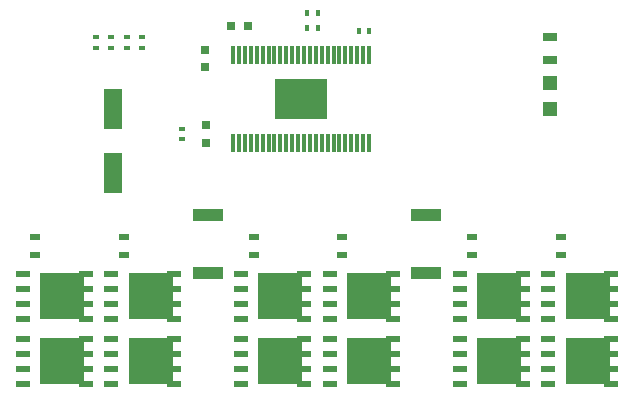
<source format=gtp>
G04 #@! TF.FileFunction,Paste,Top*
%FSLAX46Y46*%
G04 Gerber Fmt 4.6, Leading zero omitted, Abs format (unit mm)*
G04 Created by KiCad (PCBNEW 4.0.7) date 04/04/18 16:23:25*
%MOMM*%
%LPD*%
G01*
G04 APERTURE LIST*
%ADD10C,0.100000*%
%ADD11R,2.500000X1.000000*%
%ADD12R,1.270000X0.610000*%
%ADD13R,3.750000X3.910000*%
%ADD14R,0.600000X0.400000*%
%ADD15R,0.900000X0.500000*%
%ADD16R,0.400000X0.600000*%
%ADD17R,0.300000X1.550000*%
%ADD18R,4.420000X3.480000*%
%ADD19R,1.600000X3.500000*%
%ADD20R,0.750000X0.800000*%
%ADD21R,0.800000X0.750000*%
%ADD22R,1.200000X1.200000*%
%ADD23R,1.300000X0.700000*%
G04 APERTURE END LIST*
D10*
D11*
X195000000Y-124500000D03*
X195000000Y-119600000D03*
X176500000Y-124500000D03*
X176500000Y-119600000D03*
D12*
X203170000Y-133905000D03*
X203170000Y-132635000D03*
X203170000Y-131365000D03*
X197830000Y-130095000D03*
X197830000Y-131365000D03*
X197830000Y-132635000D03*
X197830000Y-133905000D03*
X203170000Y-130095000D03*
D13*
X201160000Y-132000000D03*
D12*
X210670000Y-128405000D03*
X210670000Y-127135000D03*
X210670000Y-125865000D03*
X205330000Y-124595000D03*
X205330000Y-125865000D03*
X205330000Y-127135000D03*
X205330000Y-128405000D03*
X210670000Y-124595000D03*
D13*
X208660000Y-126500000D03*
D12*
X203170000Y-128405000D03*
X203170000Y-127135000D03*
X203170000Y-125865000D03*
X197830000Y-124595000D03*
X197830000Y-125865000D03*
X197830000Y-127135000D03*
X197830000Y-128405000D03*
X203170000Y-124595000D03*
D13*
X201160000Y-126500000D03*
D12*
X192170000Y-133905000D03*
X192170000Y-132635000D03*
X192170000Y-131365000D03*
X186830000Y-130095000D03*
X186830000Y-131365000D03*
X186830000Y-132635000D03*
X186830000Y-133905000D03*
X192170000Y-130095000D03*
D13*
X190160000Y-132000000D03*
D12*
X184670000Y-133905000D03*
X184670000Y-132635000D03*
X184670000Y-131365000D03*
X179330000Y-130095000D03*
X179330000Y-131365000D03*
X179330000Y-132635000D03*
X179330000Y-133905000D03*
X184670000Y-130095000D03*
D13*
X182660000Y-132000000D03*
D12*
X192170000Y-128405000D03*
X192170000Y-127135000D03*
X192170000Y-125865000D03*
X186830000Y-124595000D03*
X186830000Y-125865000D03*
X186830000Y-127135000D03*
X186830000Y-128405000D03*
X192170000Y-124595000D03*
D13*
X190160000Y-126500000D03*
D12*
X184670000Y-128405000D03*
X184670000Y-127135000D03*
X184670000Y-125865000D03*
X179330000Y-124595000D03*
X179330000Y-125865000D03*
X179330000Y-127135000D03*
X179330000Y-128405000D03*
X184670000Y-124595000D03*
D13*
X182660000Y-126500000D03*
D12*
X173670000Y-133905000D03*
X173670000Y-132635000D03*
X173670000Y-131365000D03*
X168330000Y-130095000D03*
X168330000Y-131365000D03*
X168330000Y-132635000D03*
X168330000Y-133905000D03*
X173670000Y-130095000D03*
D13*
X171660000Y-132000000D03*
D12*
X166170000Y-133905000D03*
X166170000Y-132635000D03*
X166170000Y-131365000D03*
X160830000Y-130095000D03*
X160830000Y-131365000D03*
X160830000Y-132635000D03*
X160830000Y-133905000D03*
X166170000Y-130095000D03*
D13*
X164160000Y-132000000D03*
D12*
X173670000Y-128405000D03*
X173670000Y-127135000D03*
X173670000Y-125865000D03*
X168330000Y-124595000D03*
X168330000Y-125865000D03*
X168330000Y-127135000D03*
X168330000Y-128405000D03*
X173670000Y-124595000D03*
D13*
X171660000Y-126500000D03*
D12*
X166170000Y-128405000D03*
X166170000Y-127135000D03*
X166170000Y-125865000D03*
X160830000Y-124595000D03*
X160830000Y-125865000D03*
X160830000Y-127135000D03*
X160830000Y-128405000D03*
X166170000Y-124595000D03*
D13*
X164160000Y-126500000D03*
D12*
X210670000Y-133905000D03*
X210670000Y-132635000D03*
X210670000Y-131365000D03*
X205330000Y-130095000D03*
X205330000Y-131365000D03*
X205330000Y-132635000D03*
X205330000Y-133905000D03*
X210670000Y-130095000D03*
D13*
X208660000Y-132000000D03*
D14*
X170900000Y-105442000D03*
X170900000Y-104542000D03*
X167048000Y-105442000D03*
X167048000Y-104542000D03*
X168348000Y-104542000D03*
X168348000Y-105442000D03*
X169648000Y-104542000D03*
X169648000Y-105442000D03*
D15*
X206400000Y-121500000D03*
X206400000Y-123000000D03*
X198900000Y-121500000D03*
X198900000Y-123000000D03*
X187900000Y-121500000D03*
X187900000Y-123000000D03*
X180400000Y-121500000D03*
X180400000Y-123000000D03*
X169400000Y-121500000D03*
X169400000Y-123000000D03*
X161900000Y-121500000D03*
X161900000Y-123000000D03*
D16*
X185850000Y-103750000D03*
X184950000Y-103750000D03*
X190200000Y-104050000D03*
X189300000Y-104050000D03*
D14*
X174350000Y-113200000D03*
X174350000Y-112300000D03*
D17*
X183654000Y-106036000D03*
X184154000Y-106036000D03*
X189654000Y-106036000D03*
X189154000Y-106036000D03*
X188654000Y-106036000D03*
X188154000Y-106036000D03*
X187654000Y-106036000D03*
X187154000Y-106036000D03*
X186654000Y-106036000D03*
X186154000Y-106036000D03*
X185654000Y-106036000D03*
X185154000Y-106036000D03*
X184654000Y-106036000D03*
X190154000Y-106036000D03*
D18*
X184404000Y-109786000D03*
D17*
X183154000Y-106036000D03*
X182654000Y-106036000D03*
X182154000Y-106036000D03*
X181654000Y-106036000D03*
X181154000Y-106036000D03*
X180654000Y-106036000D03*
X180154000Y-106036000D03*
X179654000Y-106036000D03*
X179154000Y-106036000D03*
X178654000Y-106036000D03*
X178654000Y-113536000D03*
X179154000Y-113536000D03*
X179654000Y-113536000D03*
X180154000Y-113536000D03*
X180654000Y-113536000D03*
X181154000Y-113536000D03*
X181654000Y-113536000D03*
X182154000Y-113536000D03*
X182654000Y-113536000D03*
X183154000Y-113536000D03*
X183654000Y-113536000D03*
X184154000Y-113536000D03*
X184654000Y-113536000D03*
X185154000Y-113536000D03*
X185654000Y-113536000D03*
X186154000Y-113536000D03*
X186654000Y-113536000D03*
X187154000Y-113536000D03*
X187654000Y-113536000D03*
X188154000Y-113536000D03*
X188654000Y-113536000D03*
X189154000Y-113536000D03*
X189654000Y-113536000D03*
X190154000Y-113536000D03*
D16*
X185850000Y-102500000D03*
X184950000Y-102500000D03*
D19*
X168450000Y-116050000D03*
X168450000Y-110650000D03*
D20*
X176400000Y-112000000D03*
X176400000Y-113500000D03*
D21*
X178450000Y-103600000D03*
X179950000Y-103600000D03*
D20*
X176300000Y-107100000D03*
X176300000Y-105600000D03*
D22*
X205500000Y-108400000D03*
X205500000Y-110600000D03*
D23*
X205500000Y-106450000D03*
X205500000Y-104550000D03*
M02*

</source>
